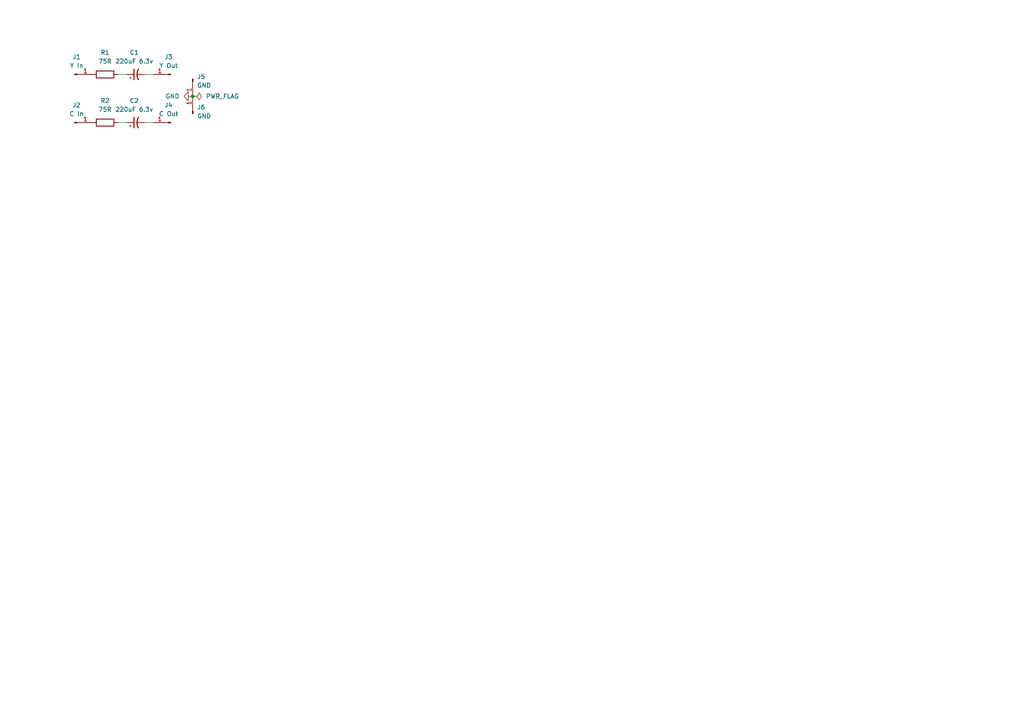
<source format=kicad_sch>
(kicad_sch (version 20230121) (generator eeschema)
  (paper "A4")
  (lib_symbols
    (symbol "Connector:Conn_01x01_Pin" (pin_names (offset 1.016) hide)
      (property "Reference" "J" (at 0 2.54 0))
      (property "Value" "Conn_01x01_Pin" (at 0 -2.54 0))
      (symbol "Conn_01x01_Pin_1_1"
        (polyline (pts (xy 1.27 0) (xy 0.8636 0)) (stroke (width 0.1524)))
        (rectangle (start 0.8636 0.127) (end 0 -0.127) (stroke (width 0.1524)) (fill (type outline)))
        (pin passive line (at 5.08 0 180) (length 3.81) (name "Pin_1") (number "1"))
      )
    )
    (symbol "Device:C_Polarized_Small_US" (pin_numbers hide) (pin_names (offset 0.254) hide)
      (property "Reference" "C" (at 0.254 1.778 0))
      (property "Value" "C_Polarized_Small_US" (at 0.254 -2.032 0))
      (symbol "C_Polarized_Small_US_0_1"
        (polyline (pts (xy -1.524 0.508) (xy 1.524 0.508)) (stroke (width 0.3048)))
        (polyline (pts (xy -1.27 1.524) (xy -0.762 1.524)))
        (polyline (pts (xy -1.016 1.27) (xy -1.016 1.778)))
        (arc (start 1.524 -0.762) (mid 0 -0.3734) (end -1.524 -0.762) (stroke (width 0.3048)))
      )
      (symbol "C_Polarized_Small_US_1_1"
        (pin passive line (at 0 2.54 270) (length 2.032) (name "~") (number "1"))
        (pin passive line (at 0 -2.54 90) (length 2.032) (name "~") (number "2"))
      )
    )
    (symbol "Device:R" (pin_numbers hide) (pin_names (offset 0))
      (property "Reference" "R" (at 2.032 0 90))
      (property "Value" "R" (at 0 0 90))
      (symbol "R_0_1"
        (rectangle (start -1.016 -2.54) (end 1.016 2.54) (stroke (width 0.254)))
      )
      (symbol "R_1_1"
        (pin passive line (at 0 3.81 270) (length 1.27) (name "~") (number "1"))
        (pin passive line (at 0 -3.81 90) (length 1.27) (name "~") (number "2"))
      )
    )
    (symbol "power:GND" (power) (pin_names (offset 0))
      (property "Value" "GND" (at 0 -3.81 0))
      (symbol "GND_0_1"
        (polyline (pts (xy 0 0) (xy 0 -1.27) (xy 1.27 -1.27) (xy 0 -2.54) (xy -1.27 -1.27) (xy 0 -1.27)))
      )
      (symbol "GND_1_1"
        (pin power_in line (at 0 0 270) (length 0) hide (name "GND") (number "1"))
      )
    )
    (symbol "power:PWR_FLAG" (power) (pin_numbers hide) (pin_names (offset 0) hide)
      (property "Value" "PWR_FLAG" (at 0 3.81 0))
      (symbol "PWR_FLAG_0_0"
        (pin power_out line (at 0 0 90) (length 0) (name "pwr") (number "1"))
      )
      (symbol "PWR_FLAG_0_1"
        (polyline (pts (xy 0 0) (xy 0 1.27) (xy -1.016 1.905) (xy 0 2.54) (xy 1.016 1.905) (xy 0 1.27)))
      )
    )
  )
  (junction (at 55.88 27.94))
  (wire (pts (xy 34.29 21.59) (xy 36.83 21.59)))
  (wire (pts (xy 41.91 21.59) (xy 44.45 21.59)))
  (wire (pts (xy 41.91 35.56) (xy 44.45 35.56)))
  (wire (pts (xy 34.29 35.56) (xy 36.83 35.56)))
  (symbol (lib_id "Connector:Conn_01x01_Pin") (at 21.59 21.59 0) (unit 1) (in_bom no)
    (property "Reference" "J1" (at 22.225 16.51 0))
    (property "Value" "Y In" (at 22.225 19.05 0))
    (property "Footprint" "Connector_Wire:SolderWirePad_1x01_SMD_1.5x3mm" (effects hide))
  )
  (symbol (lib_id "power:PWR_FLAG") (at 55.88 27.94 270) (unit 1) (in_bom no)
    (property "Reference" "#FLG01" (effects hide))
    (property "Value" "PWR_FLAG" (at 59.69 27.94 90) (effects (justify left)))
  )
  (symbol (lib_id "Device:C_Polarized_Small_US") (at 39.37 21.59 90) (unit 1)
    (property "Reference" "C1" (at 38.9382 15.24 90))
    (property "Value" "220uF 6.3v" (at 38.9382 17.78 90))
    (property "Footprint" "Capacitor_Tantalum_SMD:CP_EIA-3528-15_AVX-H_Pad1.50x2.35mm_HandSolder" (effects hide))
  )
  (symbol (lib_id "Connector:Conn_01x01_Pin") (at 49.53 21.59 180) (unit 1) (in_bom no)
    (property "Reference" "J3" (at 48.895 16.51 0))
    (property "Value" "Y Out" (at 48.895 19.05 0))
    (property "Footprint" "Connector_Wire:SolderWirePad_1x01_SMD_1.5x3mm" (effects hide))
  )
  (symbol (lib_id "Device:R") (at 30.48 35.56 90) (unit 1)
    (property "Reference" "R2" (at 30.48 29.21 90))
    (property "Value" "75R" (at 30.48 31.75 90))
    (property "Footprint" "Resistor_SMD:R_0805_2012Metric_Pad1.20x1.40mm_HandSolder" (effects hide))
  )
  (symbol (lib_id "power:GND") (at 55.88 27.94 270) (unit 1) (in_bom no)
    (property "Reference" "#PWR01" (effects hide))
    (property "Value" "GND" (at 52.07 27.94 90) (effects (justify right)))
  )
  (symbol (lib_id "Connector:Conn_01x01_Pin") (at 49.53 35.56 180) (unit 1) (in_bom no)
    (property "Reference" "J4" (at 48.895 30.48 0))
    (property "Value" "C Out" (at 48.895 33.02 0))
    (property "Footprint" "Connector_Wire:SolderWirePad_1x01_SMD_1.5x3mm" (effects hide))
  )
  (symbol (lib_id "Connector:Conn_01x01_Pin") (at 21.59 35.56 0) (unit 1) (in_bom no)
    (property "Reference" "J2" (at 22.225 30.48 0))
    (property "Value" "C In" (at 22.225 33.02 0))
    (property "Footprint" "Connector_Wire:SolderWirePad_1x01_SMD_1.5x3mm" (effects hide))
  )
  (symbol (lib_id "Connector:Conn_01x01_Pin") (at 55.88 33.02 90) (unit 1) (in_bom no)
    (property "Reference" "J6" (at 57.15 31.115 90) (effects (justify right)))
    (property "Value" "GND" (at 57.15 33.655 90) (effects (justify right)))
    (property "Footprint" "Connector_Wire:SolderWirePad_1x01_SMD_1.5x3mm" (effects hide))
  )
  (symbol (lib_id "Device:R") (at 30.48 21.59 90) (unit 1)
    (property "Reference" "R1" (at 30.48 15.24 90))
    (property "Value" "75R" (at 30.48 17.78 90))
    (property "Footprint" "Resistor_SMD:R_0805_2012Metric_Pad1.20x1.40mm_HandSolder" (effects hide))
  )
  (symbol (lib_id "Device:C_Polarized_Small_US") (at 39.37 35.56 90) (unit 1)
    (property "Reference" "C2" (at 38.9382 29.21 90))
    (property "Value" "220uF 6.3v" (at 38.9382 31.75 90))
    (property "Footprint" "Capacitor_Tantalum_SMD:CP_EIA-3528-15_AVX-H_Pad1.50x2.35mm_HandSolder" (effects hide))
  )
  (symbol (lib_id "Connector:Conn_01x01_Pin") (at 55.88 22.86 270) (unit 1) (in_bom no)
    (property "Reference" "J5" (at 57.15 22.225 90) (effects (justify left)))
    (property "Value" "GND" (at 57.15 24.765 90) (effects (justify left)))
    (property "Footprint" "Connector_Wire:SolderWirePad_1x01_SMD_1.5x3mm" (effects hide))
  )
)
</source>
